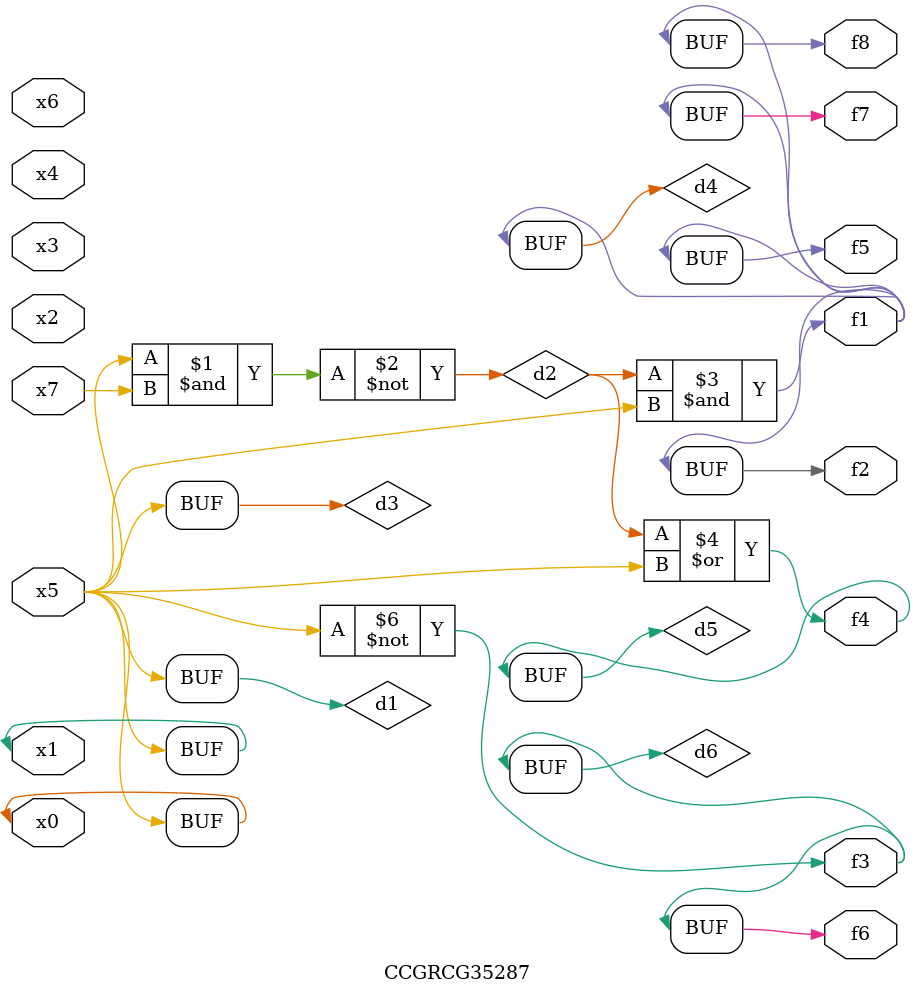
<source format=v>
module CCGRCG35287(
	input x0, x1, x2, x3, x4, x5, x6, x7,
	output f1, f2, f3, f4, f5, f6, f7, f8
);

	wire d1, d2, d3, d4, d5, d6;

	buf (d1, x0, x5);
	nand (d2, x5, x7);
	buf (d3, x0, x1);
	and (d4, d2, d3);
	or (d5, d2, d3);
	nor (d6, d1, d3);
	assign f1 = d4;
	assign f2 = d4;
	assign f3 = d6;
	assign f4 = d5;
	assign f5 = d4;
	assign f6 = d6;
	assign f7 = d4;
	assign f8 = d4;
endmodule

</source>
